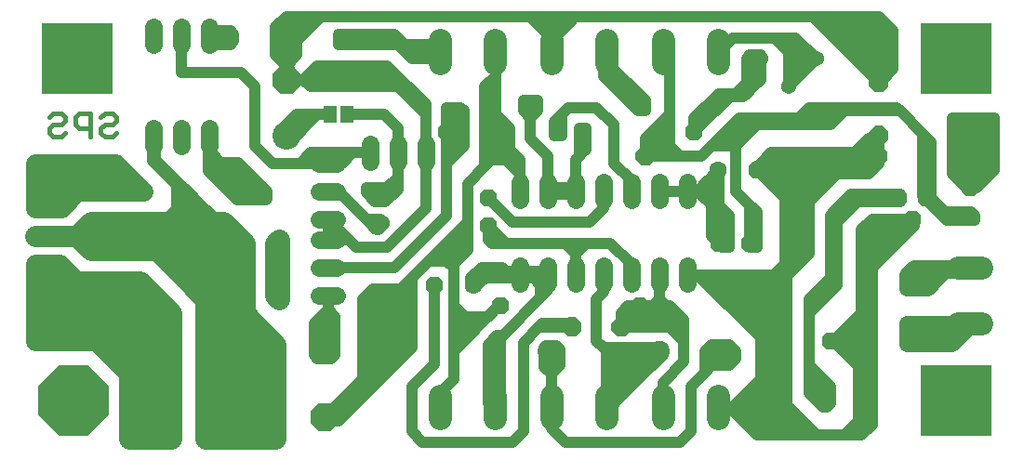
<source format=gbr>
G75*
%MOIN*%
%OFA0B0*%
%FSLAX24Y24*%
%IPPOS*%
%LPD*%
%AMOC8*
5,1,8,0,0,1.08239X$1,22.5*
%
%ADD10C,0.0180*%
%ADD11R,0.1125X0.4625*%
%ADD12C,0.0620*%
%ADD13OC8,0.0620*%
%ADD14OC8,0.0630*%
%ADD15C,0.0630*%
%ADD16C,0.0740*%
%ADD17C,0.0820*%
%ADD18OC8,0.0660*%
%ADD19OC8,0.1000*%
%ADD20C,0.0620*%
%ADD21C,0.0540*%
%ADD22C,0.1000*%
%ADD23C,0.0700*%
%ADD24R,0.0460X0.0630*%
%ADD25C,0.0400*%
%ADD26OC8,0.0700*%
%ADD27C,0.0160*%
%ADD28C,0.0500*%
%ADD29C,0.0760*%
%ADD30OC8,0.2540*%
%ADD31R,0.2540X0.2540*%
%ADD32C,0.0530*%
D10*
X010418Y025608D02*
X010691Y025608D01*
X010828Y025745D01*
X010691Y026019D02*
X010828Y026155D01*
X010828Y026292D01*
X010691Y026429D01*
X010418Y026429D01*
X010281Y026292D01*
X010418Y026019D02*
X010281Y025882D01*
X010281Y025745D01*
X010418Y025608D01*
X010418Y026019D02*
X010691Y026019D01*
X011202Y026019D02*
X011202Y026292D01*
X011338Y026429D01*
X011749Y026429D01*
X011749Y025608D01*
X011749Y025882D02*
X011338Y025882D01*
X011202Y026019D01*
X012122Y025882D02*
X012122Y025745D01*
X012259Y025608D01*
X012533Y025608D01*
X012670Y025745D01*
X012533Y026019D02*
X012259Y026019D01*
X012122Y025882D01*
X012122Y026292D02*
X012259Y026429D01*
X012533Y026429D01*
X012670Y026292D01*
X012670Y026155D01*
X012533Y026019D01*
D11*
X036197Y018206D03*
D12*
X033135Y020333D02*
X033135Y020953D01*
X032135Y020953D02*
X032135Y020333D01*
X031135Y020333D02*
X031135Y020953D01*
X030135Y020953D02*
X030135Y020333D01*
X029135Y020333D02*
X029135Y020953D01*
X028135Y020953D02*
X028135Y020333D01*
X027135Y020333D02*
X027135Y020953D01*
X027135Y023333D02*
X027135Y023953D01*
X028135Y023953D02*
X028135Y023333D01*
X029135Y023333D02*
X029135Y023953D01*
X030135Y023953D02*
X030135Y023333D01*
X031135Y023333D02*
X031135Y023953D01*
X032135Y023953D02*
X032135Y023333D01*
X033135Y023333D02*
X033135Y023953D01*
X023760Y024708D02*
X023760Y025328D01*
X022760Y025328D02*
X022760Y024708D01*
X021760Y024708D02*
X021760Y025328D01*
X020570Y024643D02*
X019950Y024643D01*
X019950Y023643D02*
X020570Y023643D01*
X020570Y022643D02*
X019950Y022643D01*
X019950Y021893D02*
X020570Y021893D01*
X020570Y020893D02*
X019950Y020893D01*
X019950Y019893D02*
X020570Y019893D01*
X016010Y025273D02*
X016010Y025893D01*
X015010Y025893D02*
X015010Y025273D01*
X014010Y025273D02*
X014010Y025893D01*
X014010Y028893D02*
X014010Y029513D01*
X015010Y029513D02*
X015010Y028893D01*
X016010Y028893D02*
X016010Y029513D01*
D13*
X016760Y029143D03*
X020760Y029143D03*
X024510Y025768D03*
X027510Y026643D03*
X028510Y025768D03*
X029385Y025768D03*
X031510Y026643D03*
X033385Y025768D03*
X034260Y021768D03*
X035385Y021768D03*
X037385Y021768D03*
X038385Y021768D03*
X040385Y021768D03*
X041197Y022643D03*
X040697Y023393D03*
X041697Y023393D03*
X043260Y023768D03*
X044010Y024893D03*
X043260Y022768D03*
X041260Y020268D03*
X041260Y018268D03*
X038260Y018268D03*
X034260Y017768D03*
X031447Y019518D03*
X026447Y019518D03*
X026010Y022393D03*
X026010Y023393D03*
X022010Y023393D03*
X022010Y022393D03*
X017635Y023643D03*
X013635Y023643D03*
X040010Y024893D03*
D14*
X038010Y024818D03*
X035647Y024393D03*
X024060Y020268D03*
X036560Y016143D03*
D15*
X037960Y016143D03*
X034247Y024393D03*
X038010Y026218D03*
X025460Y020268D03*
D16*
X026260Y018143D03*
X028135Y017893D03*
X032135Y017893D03*
X023010Y018143D03*
D17*
X024270Y016303D02*
X024270Y015483D01*
X026250Y015483D02*
X026250Y016303D01*
X028270Y016303D02*
X028270Y015483D01*
X030250Y015483D02*
X030250Y016303D01*
X032270Y016303D02*
X032270Y015483D01*
X034250Y015483D02*
X034250Y016303D01*
X042850Y018903D02*
X043670Y018903D01*
X043670Y020883D02*
X042850Y020883D01*
X034250Y028233D02*
X034250Y029053D01*
X032270Y029053D02*
X032270Y028233D01*
X030250Y028233D02*
X030250Y029053D01*
X028270Y029053D02*
X028270Y028233D01*
X026250Y028233D02*
X026250Y029053D01*
X024270Y029053D02*
X024270Y028233D01*
X012170Y023988D02*
X011350Y023988D01*
X011350Y022018D02*
X012170Y022018D01*
X012170Y020048D02*
X011350Y020048D01*
X014270Y016553D02*
X014270Y015733D01*
X016250Y015733D02*
X016250Y016553D01*
D18*
X018510Y019768D03*
X018510Y021893D03*
X015510Y021893D03*
X013510Y019768D03*
D19*
X020135Y018518D03*
X020135Y015518D03*
X018760Y027643D03*
D20*
X038260Y020268D03*
D21*
X036760Y027393D03*
X037760Y028393D03*
X035760Y028393D03*
D22*
X018760Y025643D03*
D23*
X013635Y023643D02*
X010135Y023643D01*
X010260Y023018D02*
X009760Y023018D01*
X009760Y024643D01*
X012635Y024643D01*
X013510Y023768D01*
X013635Y023643D01*
X013510Y023768D02*
X011385Y023768D01*
X010697Y023018D01*
X010260Y023018D01*
X010610Y023018D02*
X009910Y023018D01*
X009910Y022018D02*
X010610Y022018D01*
X010610Y021018D02*
X009910Y021018D01*
X009760Y021018D02*
X010260Y021018D01*
X010635Y021018D01*
X011260Y020393D01*
X009760Y021018D02*
X009760Y018268D01*
X012010Y018268D01*
X012760Y024268D02*
X010010Y024268D01*
X043250Y020893D02*
X043260Y020883D01*
D24*
X020935Y026393D03*
X020335Y026393D03*
D25*
X019885Y026393D01*
X019510Y026018D01*
X019510Y026393D01*
X019885Y026393D01*
X019510Y026393D02*
X019135Y026393D01*
X019010Y026268D01*
X019010Y025893D01*
X018760Y025643D01*
X019135Y025643D01*
X019510Y026018D01*
X019010Y026268D02*
X018510Y025768D01*
X018510Y025643D01*
X018760Y025643D02*
X019510Y026393D01*
X019635Y027393D02*
X022760Y027393D01*
X023760Y026393D01*
X023760Y026768D01*
X022385Y028143D01*
X019885Y028143D01*
X019635Y027893D01*
X019385Y027643D01*
X019635Y027393D01*
X019760Y027643D02*
X019385Y027643D01*
X018885Y027643D01*
X018885Y028018D01*
X018385Y028518D01*
X018385Y029518D01*
X018760Y029893D01*
X019010Y029893D01*
X019635Y029893D01*
X019260Y029518D01*
X019135Y029518D01*
X018885Y029268D01*
X019135Y029018D02*
X020010Y029893D01*
X019635Y029893D01*
X020010Y029893D02*
X027520Y029893D01*
X028385Y029893D01*
X028135Y029643D01*
X028135Y029393D01*
X028260Y029268D01*
X028260Y029143D01*
X028385Y029143D01*
X029010Y029768D01*
X028760Y029893D02*
X028385Y029893D01*
X028760Y029893D02*
X028270Y029403D01*
X028270Y029143D01*
X027520Y029893D01*
X028270Y029143D02*
X028270Y028643D01*
X028760Y029893D02*
X037635Y029893D01*
X038010Y029893D01*
X038510Y029893D01*
X040010Y028393D01*
X040010Y028893D01*
X039385Y029518D01*
X039135Y029518D01*
X039010Y029643D02*
X038760Y029893D01*
X038510Y029893D01*
X038760Y029893D02*
X040010Y029893D01*
X040510Y029393D01*
X040510Y028393D01*
X040010Y027893D01*
X039885Y028018D02*
X040135Y028268D01*
X040135Y029393D01*
X039885Y029643D01*
X039010Y029643D01*
X039385Y029518D02*
X039510Y029518D01*
X040010Y029018D01*
X040010Y028893D01*
X040510Y028393D02*
X040510Y028018D01*
X040135Y027643D01*
X040010Y027518D02*
X037635Y029893D01*
X038010Y029893D02*
X039885Y028018D01*
X037760Y028393D02*
X037010Y029143D01*
X036635Y029143D01*
X037385Y028393D01*
X037010Y028018D01*
X037010Y028518D01*
X036760Y028643D02*
X036260Y029143D01*
X036635Y029143D01*
X036260Y029143D02*
X034760Y029143D01*
X034260Y028643D01*
X034250Y028643D01*
X035260Y028393D02*
X035260Y027393D01*
X035510Y027643D01*
X035510Y027768D01*
X034885Y027143D01*
X035260Y027143D01*
X035135Y027018D01*
X034510Y027018D01*
X034260Y027143D02*
X034760Y027143D01*
X033385Y025768D01*
X033260Y025768D01*
X033385Y025768D02*
X033385Y026268D01*
X034260Y027143D01*
X034760Y027143D02*
X034885Y027143D01*
X035260Y027143D02*
X035260Y027393D01*
X035510Y027393D02*
X035760Y027643D01*
X035760Y028393D01*
X035760Y028518D01*
X035385Y028518D01*
X035260Y028393D01*
X035510Y028268D02*
X035510Y027768D01*
X035510Y027393D02*
X035260Y027143D01*
X035010Y026268D02*
X037135Y026268D01*
X037510Y026643D01*
X037510Y026393D01*
X037635Y026518D01*
X038760Y026518D01*
X038260Y026018D01*
X035635Y026018D01*
X034885Y025268D01*
X034385Y025268D01*
X035260Y026143D01*
X035510Y026143D02*
X037935Y026143D01*
X038010Y026218D01*
X038085Y026218D01*
X038510Y026643D01*
X040635Y026643D01*
X040760Y026518D01*
X038760Y026518D01*
X038510Y026643D02*
X037510Y026643D01*
X036760Y027393D02*
X036760Y028643D01*
X037760Y028393D02*
X036760Y027393D01*
X035510Y026143D02*
X034885Y025393D01*
X034885Y025268D01*
X034885Y023643D01*
X035385Y023143D01*
X035385Y021768D01*
X035385Y021643D01*
X035635Y021643D01*
X035635Y022893D01*
X035510Y023018D01*
X035385Y023143D01*
X035510Y023018D02*
X035385Y021768D01*
X034635Y021643D02*
X034385Y021643D01*
X034010Y022018D01*
X034010Y022268D01*
X034260Y021768D01*
X034510Y021893D01*
X034135Y022268D01*
X034135Y023018D01*
X033510Y023643D01*
X033885Y024018D01*
X033885Y023768D01*
X034010Y023643D01*
X034010Y022268D01*
X034635Y022768D02*
X034635Y021643D01*
X034260Y021768D02*
X034510Y022893D01*
X034635Y022768D01*
X034510Y022893D02*
X034260Y023143D01*
X034260Y023393D01*
X034010Y023643D01*
X033760Y023643D02*
X033760Y023893D01*
X034247Y024393D01*
X034260Y024393D02*
X034260Y023393D01*
X034260Y023143D02*
X033760Y023643D01*
X033510Y023643D01*
X033135Y023643D01*
X032135Y023643D01*
X031135Y023643D02*
X031135Y024018D01*
X030510Y024643D01*
X030510Y026018D01*
X029885Y026643D01*
X028885Y026643D01*
X028635Y026393D01*
X028635Y025643D01*
X028385Y025643D01*
X028385Y026143D01*
X028510Y026268D01*
X028510Y025768D01*
X028635Y025643D01*
X029260Y025768D02*
X029260Y025893D01*
X029510Y025893D01*
X029510Y025143D01*
X029385Y025018D01*
X029385Y025768D01*
X029260Y025768D01*
X029260Y024893D01*
X029385Y025018D01*
X029260Y024893D02*
X029135Y024768D01*
X029135Y023768D01*
X028260Y023768D01*
X028260Y023643D01*
X029135Y023643D01*
X029135Y023518D01*
X028135Y023518D01*
X028135Y023643D02*
X028260Y023643D01*
X028260Y023768D02*
X028260Y023893D01*
X028135Y023643D02*
X028135Y024893D01*
X027510Y025518D01*
X027510Y026268D01*
X027760Y026518D01*
X027760Y026893D01*
X027260Y026893D01*
X027260Y026518D01*
X027510Y026268D01*
X027510Y026643D01*
X026760Y025893D02*
X026260Y026393D01*
X025885Y026018D01*
X025885Y027393D01*
X026260Y027768D01*
X026260Y027653D02*
X026250Y028643D01*
X026260Y027653D02*
X026260Y026393D01*
X026260Y026018D01*
X026385Y025893D01*
X026385Y025268D01*
X026635Y025268D01*
X027135Y024768D01*
X027135Y024518D01*
X026760Y024893D01*
X026760Y025893D01*
X026260Y026018D02*
X026260Y024893D01*
X025885Y024518D01*
X025885Y026018D01*
X026010Y025893D01*
X026010Y025268D01*
X026385Y025268D02*
X026510Y025143D01*
X026760Y024893D02*
X026260Y024893D01*
X026010Y024768D02*
X026635Y024768D01*
X027135Y024268D01*
X027135Y024393D01*
X027135Y024518D01*
X027135Y024268D02*
X027135Y023643D01*
X026010Y023393D02*
X026885Y022518D01*
X029635Y022518D01*
X030135Y023018D01*
X030135Y023643D01*
X029135Y023643D02*
X029135Y023768D01*
X031635Y024893D02*
X031635Y025518D01*
X032510Y026393D01*
X032510Y026143D01*
X031885Y025518D01*
X031885Y025018D01*
X032260Y025018D01*
X032385Y025143D01*
X032385Y025518D01*
X032260Y025518D01*
X032135Y025393D01*
X032510Y025268D02*
X032510Y026143D01*
X032510Y026393D02*
X032510Y028393D01*
X032260Y028633D01*
X032270Y028643D01*
X031510Y027018D02*
X030385Y028143D01*
X030135Y028143D01*
X030135Y027768D01*
X031385Y026518D01*
X031635Y026518D01*
X031635Y026643D01*
X031635Y026893D01*
X031510Y027018D01*
X031510Y026643D02*
X031635Y026643D01*
X031510Y026643D02*
X030260Y027893D01*
X030260Y028633D01*
X030250Y028643D01*
X028635Y026393D02*
X028510Y026268D01*
X025885Y024518D02*
X025260Y023893D01*
X025260Y022518D01*
X025260Y022143D01*
X025010Y021893D01*
X025010Y021518D01*
X025260Y021518D02*
X025260Y022143D01*
X025260Y022518D02*
X024697Y021956D01*
X024760Y021893D01*
X024760Y021143D01*
X024510Y021393D01*
X024510Y021268D01*
X024260Y021143D01*
X024510Y021143D01*
X024760Y020893D01*
X024760Y021018D01*
X025260Y021518D01*
X024697Y021956D02*
X023885Y021143D01*
X024260Y021143D01*
X024510Y021143D02*
X024760Y021143D01*
X024760Y021018D01*
X024760Y020893D02*
X024760Y019518D01*
X025260Y019018D01*
X025010Y018768D01*
X024885Y018393D02*
X025385Y018893D01*
X024885Y019143D02*
X024885Y018393D01*
X024885Y018268D01*
X024760Y017893D02*
X024760Y016893D01*
X024270Y016403D01*
X024270Y015893D01*
X023260Y016643D02*
X023260Y015018D01*
X023635Y014643D01*
X026885Y014643D01*
X027260Y015018D01*
X027260Y018206D01*
X027822Y018768D01*
X029010Y018768D01*
X029010Y018643D01*
X029010Y018768D02*
X029010Y018893D01*
X027947Y018893D01*
X027885Y018831D01*
X029010Y018768D01*
X028447Y018081D02*
X028135Y018081D01*
X028072Y018081D01*
X028010Y018018D01*
X028010Y017331D01*
X028260Y017081D01*
X028572Y017393D01*
X028572Y017956D01*
X028447Y018081D01*
X028260Y018018D02*
X028197Y018018D01*
X028135Y018081D01*
X028135Y017893D02*
X028260Y017893D01*
X028260Y017081D01*
X028260Y015903D01*
X028270Y015893D01*
X028260Y015883D01*
X028260Y015143D01*
X028760Y014643D01*
X032885Y014643D01*
X033260Y015018D01*
X033260Y016643D01*
X033760Y017143D01*
X033760Y017393D01*
X034260Y017893D01*
X034260Y017768D02*
X034260Y017643D01*
X034510Y017893D01*
X034760Y017893D01*
X034885Y017768D01*
X034885Y017893D01*
X034635Y018143D01*
X034010Y018143D01*
X033760Y017893D01*
X033760Y017393D01*
X034010Y017393D02*
X033760Y017143D01*
X034010Y017393D02*
X034635Y017393D01*
X034885Y017643D01*
X034885Y017768D01*
X034760Y017643D01*
X034260Y017643D02*
X034010Y017393D01*
X033010Y017518D02*
X032260Y016768D01*
X032260Y015903D01*
X032270Y015893D01*
X031385Y016893D02*
X032260Y017768D01*
X032260Y018018D01*
X030135Y018018D01*
X030260Y017893D01*
X030635Y017518D01*
X030635Y016768D01*
X030510Y016643D01*
X030635Y016643D01*
X031760Y017768D01*
X030885Y017768D01*
X030760Y017643D01*
X031260Y017643D01*
X030760Y017143D01*
X031385Y016893D02*
X030885Y016393D01*
X030260Y015768D01*
X030250Y015893D02*
X030250Y017883D01*
X030260Y017893D01*
X032135Y017893D01*
X031385Y017643D02*
X031260Y017643D01*
X030135Y018018D02*
X029885Y018268D01*
X029885Y019768D01*
X030135Y020018D01*
X030135Y020643D01*
X031135Y020643D02*
X031135Y021018D01*
X030385Y021768D01*
X029510Y021768D01*
X029135Y021393D01*
X028760Y021768D01*
X029135Y021768D01*
X029510Y021768D01*
X029135Y021768D02*
X029135Y021393D01*
X029135Y020643D01*
X028135Y020643D02*
X028135Y020081D01*
X026260Y018206D01*
X026260Y017768D01*
X026260Y016893D01*
X026010Y016643D01*
X026010Y016018D01*
X026135Y015893D01*
X026250Y015893D02*
X026250Y016403D01*
X026260Y016393D01*
X026260Y015893D01*
X026385Y015956D02*
X026447Y016018D01*
X026447Y018081D01*
X026447Y017956D02*
X026260Y017768D01*
X026447Y017956D02*
X026447Y018456D01*
X026322Y018456D01*
X026010Y018143D01*
X026010Y016643D01*
X026250Y016403D01*
X026260Y016393D02*
X026260Y016893D01*
X026385Y015956D02*
X026385Y015768D01*
X024060Y017443D02*
X023260Y016643D01*
X022385Y017143D02*
X022135Y017518D01*
X020135Y015518D01*
X021510Y016643D01*
X021510Y016268D01*
X020635Y015518D01*
X021760Y016518D01*
X021760Y016893D01*
X021760Y019018D01*
X022010Y019268D01*
X022385Y019643D01*
X022385Y017143D01*
X023260Y018018D01*
X023260Y020518D01*
X022635Y020893D02*
X024510Y022768D01*
X024510Y024643D01*
X025135Y025268D01*
X025135Y026518D01*
X025010Y026643D01*
X024510Y026643D01*
X024510Y025768D01*
X024510Y025268D01*
X024635Y025143D01*
X024635Y025393D01*
X024885Y025643D01*
X024885Y026268D01*
X024760Y026393D01*
X024760Y025268D01*
X024885Y025143D01*
X024510Y025268D02*
X024510Y024643D01*
X023760Y025018D02*
X023760Y026393D01*
X022760Y025893D02*
X022760Y025018D01*
X022760Y024143D01*
X022385Y023768D01*
X021760Y023768D01*
X021635Y023643D01*
X021635Y023581D01*
X021947Y023268D01*
X022322Y023268D01*
X022760Y023706D01*
X022760Y023893D01*
X022760Y024143D01*
X022760Y023893D02*
X022260Y023393D01*
X022010Y023393D01*
X021885Y023393D01*
X021635Y023643D01*
X021635Y023768D01*
X021760Y023768D01*
X020760Y024643D02*
X021135Y025018D01*
X020135Y025018D01*
X019635Y025018D01*
X019260Y024643D01*
X019510Y024643D01*
X019760Y024893D01*
X019760Y024643D02*
X020135Y025018D01*
X020260Y024643D02*
X019760Y024643D01*
X019510Y024643D01*
X019260Y024643D02*
X018260Y024643D01*
X017635Y025268D01*
X017635Y027393D01*
X017135Y027893D01*
X015010Y027893D01*
X015010Y028893D01*
X016010Y028893D02*
X016760Y028893D01*
X016885Y029018D01*
X016885Y029268D01*
X016760Y029393D01*
X016010Y029393D01*
X016135Y029143D01*
X016760Y029143D01*
X016135Y029143D02*
X016010Y028893D01*
X018760Y028143D02*
X018760Y027643D01*
X018760Y029643D01*
X019010Y029893D01*
X019135Y029018D02*
X019135Y028518D01*
X018760Y028143D01*
X018760Y027643D02*
X018885Y027643D01*
X019635Y027893D02*
X020010Y027893D01*
X022385Y027893D01*
X022510Y027643D02*
X022760Y027393D01*
X022510Y027643D02*
X019760Y027643D01*
X020010Y027893D01*
X020635Y028893D02*
X022760Y028893D01*
X023260Y028393D01*
X024260Y028393D01*
X024385Y028393D02*
X024385Y028768D01*
X024260Y028893D01*
X023010Y028893D01*
X022760Y028893D01*
X022760Y029143D02*
X023010Y028893D01*
X023135Y028768D01*
X024260Y028768D01*
X024260Y028893D01*
X024270Y028643D02*
X023260Y028643D01*
X023135Y028768D01*
X022760Y029143D02*
X022635Y029268D01*
X020635Y029268D01*
X020635Y028893D01*
X020760Y029143D02*
X020635Y029268D01*
X020760Y029143D02*
X022760Y029143D01*
X022260Y026393D02*
X020935Y026393D01*
X022260Y026393D02*
X022760Y025893D01*
X023760Y025018D02*
X023760Y023018D01*
X022385Y021643D01*
X021260Y021643D01*
X021010Y021893D01*
X020385Y022518D01*
X020385Y022018D01*
X020260Y021893D02*
X021010Y021893D01*
X020260Y021893D02*
X020260Y022643D01*
X020635Y023643D02*
X021510Y022768D01*
X021635Y022643D01*
X022010Y022268D01*
X022072Y022268D01*
X022260Y022456D01*
X022260Y022518D01*
X022135Y022643D01*
X021635Y022643D01*
X021885Y022393D01*
X022010Y022393D01*
X022635Y020893D02*
X020260Y020893D01*
X020260Y019893D02*
X020260Y019393D01*
X020510Y019143D01*
X020510Y017768D01*
X020510Y018893D01*
X020135Y018518D02*
X020260Y019393D01*
X019760Y018893D01*
X019760Y017768D01*
X019885Y017643D01*
X020385Y017643D01*
X020510Y017768D01*
X020385Y017893D01*
X019885Y017893D01*
X019885Y018893D01*
X021510Y018768D02*
X021510Y019768D01*
X021885Y020143D01*
X022385Y020143D01*
X021635Y019393D01*
X022010Y019268D02*
X022010Y018143D01*
X023010Y018143D01*
X022885Y017893D02*
X022635Y017643D01*
X022635Y018518D01*
X022010Y017893D01*
X022010Y017518D01*
X022385Y017143D02*
X021760Y016518D01*
X021510Y016268D01*
X020635Y015393D01*
X020635Y015518D01*
X020635Y015393D02*
X020135Y015518D01*
X021510Y016643D02*
X021510Y018768D01*
X021635Y018643D01*
X021635Y018268D01*
X021885Y018018D02*
X022010Y018143D01*
X022635Y018518D02*
X022635Y019518D01*
X022385Y019643D02*
X023885Y021143D01*
X024060Y020268D02*
X024060Y017443D01*
X024760Y017893D02*
X024760Y019518D01*
X024885Y019143D02*
X026010Y019143D01*
X026385Y019518D01*
X026447Y019518D01*
X026385Y019518D02*
X024760Y017893D01*
X022885Y017893D02*
X022885Y019893D01*
X023135Y020143D01*
X023010Y020143D02*
X022385Y020143D01*
X021760Y019018D02*
X021510Y018768D01*
X025385Y020268D02*
X025385Y020518D01*
X025760Y020893D01*
X026510Y020893D01*
X026760Y020643D01*
X027135Y020643D01*
X027635Y020643D01*
X027885Y020393D01*
X027885Y020268D01*
X027635Y020518D01*
X025510Y020518D01*
X025510Y020268D02*
X025385Y020268D01*
X025460Y020268D02*
X025585Y020218D01*
X026010Y020643D01*
X026760Y020643D01*
X026510Y020768D02*
X028135Y020768D01*
X028135Y020393D01*
X027885Y020143D01*
X027885Y020268D01*
X027885Y020143D02*
X027885Y019893D01*
X027635Y020643D02*
X028135Y020643D01*
X028760Y021768D02*
X026760Y021768D01*
X026635Y021768D01*
X026135Y021768D01*
X026010Y021893D01*
X026010Y022393D01*
X026635Y021768D01*
X027885Y018831D02*
X027822Y018768D01*
X030760Y018768D02*
X030760Y019268D01*
X031010Y019518D01*
X031135Y019518D01*
X031135Y019018D01*
X031885Y019018D01*
X032135Y018768D01*
X032510Y018768D01*
X032135Y019143D01*
X031385Y019143D01*
X031260Y019268D01*
X031510Y019268D02*
X031635Y019268D01*
X032135Y019768D01*
X032385Y019518D01*
X032135Y019518D01*
X032135Y019143D01*
X032135Y018768D01*
X030760Y018768D01*
X031135Y019518D02*
X031447Y019518D01*
X032135Y019518D01*
X033010Y018768D01*
X033010Y018893D01*
X033010Y019018D01*
X032510Y019518D01*
X032385Y019518D01*
X032385Y019268D02*
X032885Y018768D01*
X032510Y018768D01*
X033010Y018268D01*
X033010Y018768D01*
X033010Y018893D02*
X032635Y019268D01*
X032385Y019268D01*
X032135Y019518D02*
X032135Y019768D01*
X032135Y020643D01*
X033135Y020643D02*
X033510Y020643D01*
X035760Y018393D01*
X035760Y016893D01*
X034760Y015893D01*
X034250Y015893D01*
X034385Y015768D02*
X034760Y015768D01*
X035635Y014893D01*
X037510Y014893D01*
X036760Y015643D01*
X035135Y015643D01*
X035010Y015768D01*
X035135Y015768D01*
X035760Y015143D01*
X037010Y015143D01*
X036760Y015393D01*
X035760Y015393D01*
X036510Y015268D02*
X036510Y015518D01*
X036760Y015768D01*
X036635Y015893D01*
X036697Y015956D01*
X036697Y020831D01*
X036760Y020893D01*
X036885Y021018D02*
X036885Y021393D01*
X037010Y021393D01*
X037135Y021518D01*
X037135Y024393D01*
X036760Y024518D02*
X036760Y021143D01*
X036885Y021018D01*
X036635Y021018D02*
X036635Y023393D01*
X035635Y024393D01*
X035760Y024393D01*
X035760Y024643D01*
X036135Y025018D01*
X039135Y025018D01*
X039635Y025518D01*
X040010Y025518D01*
X040010Y024893D01*
X040010Y024643D01*
X039635Y024268D01*
X038760Y024268D01*
X039760Y025268D01*
X039760Y024893D01*
X040010Y024643D02*
X038885Y024643D01*
X038635Y024643D01*
X038510Y024518D01*
X038635Y024518D01*
X039135Y025018D01*
X038885Y024643D02*
X037385Y023143D01*
X037385Y022643D01*
X038260Y022768D02*
X038385Y022893D01*
X038385Y021768D01*
X038385Y020393D01*
X038260Y020268D01*
X037510Y019518D01*
X037510Y019768D01*
X038072Y020331D01*
X038260Y020518D01*
X038260Y022768D01*
X038385Y022893D02*
X038885Y023393D01*
X039010Y023518D01*
X040760Y023518D01*
X040760Y023268D01*
X038822Y023268D01*
X038510Y022956D01*
X038510Y022518D01*
X039385Y023393D01*
X040697Y023393D01*
X040760Y022643D02*
X040260Y022143D01*
X040260Y022268D01*
X040135Y022393D01*
X040135Y022268D01*
X040010Y022143D01*
X040010Y022393D01*
X039760Y022643D01*
X039385Y022268D01*
X039385Y019268D01*
X039385Y018893D01*
X038885Y018393D01*
X039010Y018268D02*
X038760Y018268D01*
X039635Y017393D01*
X039635Y018143D01*
X039510Y018268D01*
X039385Y018268D01*
X039260Y018143D01*
X039510Y017893D01*
X039260Y017518D02*
X039260Y015393D01*
X039260Y014893D01*
X039385Y014893D01*
X039760Y015268D01*
X039760Y018768D01*
X039260Y018268D01*
X039010Y018268D01*
X039385Y018643D01*
X039385Y018893D01*
X039135Y018768D02*
X038885Y018768D01*
X038385Y018268D01*
X039385Y017268D01*
X039385Y014893D01*
X039260Y015393D01*
X038760Y014893D01*
X039260Y014893D01*
X038760Y014893D02*
X037760Y014893D01*
X037510Y014893D01*
X037760Y014893D02*
X036697Y015956D01*
X036635Y016018D01*
X036635Y016143D01*
X036560Y016143D01*
X036635Y016143D02*
X036635Y020518D01*
X036510Y020643D01*
X033510Y020643D01*
X034135Y020393D02*
X034635Y020393D01*
X035760Y019268D01*
X035760Y019768D01*
X035010Y020518D01*
X035510Y020518D01*
X035760Y020268D01*
X035760Y020518D02*
X036135Y020518D01*
X036635Y021018D01*
X036635Y020518D02*
X037510Y021393D01*
X037510Y023518D01*
X037760Y023768D02*
X037760Y024393D01*
X037885Y024518D01*
X038010Y024393D01*
X038010Y024643D02*
X037510Y024643D01*
X037385Y021768D01*
X037510Y021393D01*
X038072Y020331D02*
X038072Y020143D01*
X038322Y020143D01*
X038510Y020331D01*
X038510Y020268D01*
X037510Y019268D01*
X037510Y019518D01*
X037510Y019268D02*
X037510Y017393D01*
X038260Y016643D01*
X038260Y016018D01*
X038135Y015893D01*
X038010Y015893D01*
X037510Y016393D01*
X037510Y017143D01*
X038260Y016643D01*
X037760Y016518D01*
X037960Y016143D01*
X037635Y016643D02*
X037510Y017393D01*
X037510Y017143D01*
X036635Y016018D02*
X034760Y015893D01*
X035135Y016018D02*
X035385Y016018D01*
X035885Y016518D01*
X035885Y018643D01*
X034135Y020393D01*
X033010Y018268D02*
X033010Y017518D01*
X030885Y016393D02*
X030260Y016393D01*
X037010Y015143D02*
X037135Y015143D01*
X039260Y017518D02*
X038760Y018143D01*
X038760Y018268D01*
X038385Y018268D01*
X038260Y018268D01*
X038885Y018768D02*
X039385Y019268D01*
X039760Y018768D02*
X039760Y020893D01*
X041260Y022393D01*
X041197Y022643D01*
X040760Y022643D01*
X041197Y022643D02*
X040385Y021768D01*
X039760Y021143D01*
X039760Y020893D01*
X039760Y021143D02*
X039760Y021768D01*
X040385Y021768D01*
X039760Y021768D02*
X039760Y022643D01*
X041197Y022643D01*
X041572Y023456D02*
X041697Y023393D01*
X042385Y022768D01*
X042572Y022581D01*
X042447Y022581D01*
X042510Y022643D01*
X042635Y022643D01*
X042572Y022581D02*
X043447Y022581D01*
X043447Y022768D01*
X043322Y022893D01*
X042385Y022893D01*
X041885Y023393D01*
X041885Y025393D01*
X041572Y025706D01*
X041572Y023456D01*
X042447Y022581D01*
X042385Y022768D02*
X043260Y022768D01*
X043260Y023768D02*
X043135Y023768D01*
X042635Y024268D01*
X042635Y026268D01*
X044135Y026268D01*
X044135Y024393D01*
X043510Y023768D01*
X043260Y023768D01*
X043260Y023893D01*
X044010Y024643D01*
X044010Y026018D01*
X043010Y026018D01*
X043010Y024393D01*
X043135Y024268D01*
X043260Y024268D01*
X043760Y024768D01*
X043760Y025768D01*
X043260Y025768D01*
X043260Y025018D01*
X043510Y025018D01*
X043510Y025518D01*
X043260Y024893D02*
X043260Y023768D01*
X043260Y024893D02*
X044010Y024893D01*
X041572Y025706D02*
X040760Y026518D01*
X040010Y025643D02*
X040010Y025518D01*
X038635Y024643D02*
X038010Y024643D01*
X038010Y024818D01*
X037510Y024643D02*
X035760Y024643D01*
X035647Y024531D01*
X035647Y024393D01*
X035760Y024393D02*
X035885Y024393D01*
X036760Y023518D01*
X036760Y023768D01*
X036135Y024393D01*
X036635Y024393D01*
X036760Y024518D01*
X037760Y023768D02*
X038260Y024268D01*
X038760Y024268D01*
X038510Y024518D02*
X038260Y024268D01*
X038885Y023393D02*
X039385Y023393D01*
X038510Y022518D02*
X038510Y020331D01*
X033635Y024893D02*
X032885Y024893D01*
X032510Y025268D01*
X032885Y024893D02*
X031635Y024893D01*
X033635Y024893D02*
X034010Y025268D01*
X034385Y025268D01*
X034135Y025393D02*
X035010Y026268D01*
X034885Y025393D02*
X034135Y025393D01*
X034010Y025268D01*
X021760Y025018D02*
X021135Y025018D01*
X020760Y024643D02*
X020260Y024643D01*
X020260Y023643D02*
X020635Y023643D01*
D26*
X026760Y024893D03*
X031635Y024893D03*
X040010Y025643D03*
X040010Y027518D03*
X030760Y018768D03*
X029010Y018768D03*
D27*
X022135Y017268D02*
X021760Y016893D01*
D28*
X015510Y021893D02*
X015510Y023268D01*
X016260Y022518D01*
X016510Y022518D01*
X017010Y023393D02*
X018010Y023393D01*
X018010Y023643D01*
X017010Y024643D01*
X016385Y024643D01*
X016010Y025018D01*
X016010Y024768D01*
X016635Y024143D01*
X016760Y024143D01*
X017135Y023768D01*
X017135Y024018D01*
X016760Y024393D01*
X016760Y023768D02*
X016635Y023768D01*
X016760Y023643D01*
X017010Y023393D01*
X016760Y023643D02*
X017635Y023643D01*
X016635Y023768D02*
X016010Y024393D01*
X016010Y024768D01*
X016010Y025018D02*
X016010Y025893D01*
X014010Y025893D02*
X014010Y024768D01*
X014885Y023893D01*
X014885Y022768D01*
X015135Y023018D01*
X015385Y023018D01*
X014760Y022393D01*
X014260Y022393D01*
X015260Y023393D01*
X015260Y023518D01*
X014885Y023893D01*
X015260Y023518D02*
X015510Y023268D01*
X041260Y020268D02*
X041885Y020893D01*
X042260Y020893D01*
X042510Y020893D02*
X043250Y020893D01*
X043260Y018903D02*
X043260Y018768D01*
X042760Y018268D01*
X041260Y018268D01*
D29*
X014510Y014768D02*
X013135Y014768D01*
X013135Y017143D01*
X012010Y018268D01*
X012135Y018768D02*
X013635Y017268D01*
X013635Y018518D01*
X012885Y019268D01*
X012135Y019268D01*
X013385Y018018D01*
X013635Y017268D02*
X013635Y016768D01*
X013635Y016393D02*
X014135Y016893D01*
X014135Y018893D01*
X013260Y019768D01*
X011010Y019768D01*
X010260Y020518D01*
X010260Y019018D01*
X010010Y018768D01*
X012135Y018768D01*
X012135Y019268D02*
X010760Y019268D01*
X011260Y020393D02*
X013510Y020393D01*
X013760Y020143D01*
X013510Y019893D01*
X013510Y019768D01*
X013760Y020143D02*
X014635Y019268D01*
X014635Y014893D01*
X014510Y014768D01*
X014635Y014768D02*
X014260Y014768D01*
X014270Y014778D01*
X014270Y016143D01*
X013635Y016393D02*
X013635Y015018D01*
X014135Y015018D01*
X014635Y014893D02*
X014635Y014768D01*
X015885Y014768D02*
X015885Y015778D01*
X016250Y016143D01*
X015885Y015778D02*
X015885Y019768D01*
X014135Y021518D01*
X011760Y021518D01*
X011260Y022018D01*
X015385Y022018D01*
X015510Y021893D01*
X016635Y020768D01*
X016760Y020268D02*
X016760Y021268D01*
X016135Y021893D01*
X015510Y021893D01*
X015385Y021893D01*
X014385Y022143D02*
X016385Y020143D01*
X016385Y015268D01*
X017885Y015268D01*
X017885Y018018D01*
X016760Y019143D01*
X016760Y015768D01*
X016885Y015643D01*
X017010Y015643D01*
X017260Y015893D01*
X017260Y018268D01*
X017010Y018518D01*
X017010Y020018D01*
X016760Y020268D01*
X017135Y019393D02*
X017135Y021893D01*
X017260Y021768D01*
X017260Y018768D01*
X017510Y018518D01*
X018385Y018143D02*
X017135Y019393D01*
X018385Y019893D02*
X018510Y019768D01*
X018510Y021893D01*
X018385Y021768D01*
X018385Y019893D01*
X018385Y018143D02*
X018385Y014768D01*
X015885Y014768D01*
X017135Y021893D02*
X016635Y022393D01*
X016510Y022518D01*
X011760Y022518D01*
X011260Y022018D01*
X010260Y022018D01*
X009760Y022018D01*
X010135Y023643D02*
X010135Y024143D01*
X010010Y024268D01*
X011385Y023768D02*
X011635Y024018D01*
X012760Y024268D02*
X012885Y024143D01*
X014385Y022268D02*
X014385Y022143D01*
D30*
X011135Y016143D03*
D31*
X011260Y028393D03*
X042760Y028393D03*
X042760Y016143D03*
D32*
X042635Y018143D02*
X041010Y018143D01*
X041010Y018893D01*
X043135Y018893D01*
X043260Y018768D02*
X041635Y018768D01*
X041260Y018393D01*
X042635Y018143D02*
X043260Y018768D01*
X041760Y020143D02*
X042385Y020768D01*
X043260Y020768D01*
X043260Y020893D02*
X042510Y020893D01*
X042385Y020768D01*
X042260Y020893D01*
X041635Y020893D01*
X041260Y020893D01*
X041010Y020643D01*
X041010Y020143D01*
X041760Y020143D01*
X042260Y020893D02*
X042510Y020893D01*
M02*

</source>
